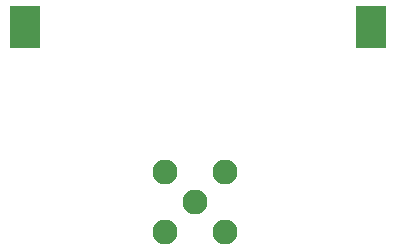
<source format=gbs>
G04 #@! TF.GenerationSoftware,KiCad,Pcbnew,8.0.7-8.0.7-0~ubuntu22.04.1*
G04 #@! TF.CreationDate,2025-02-07T12:30:43-08:00*
G04 #@! TF.ProjectId,WaDAR_Tag_V1_2,57614441-525f-4546-9167-5f56315f322e,rev?*
G04 #@! TF.SameCoordinates,Original*
G04 #@! TF.FileFunction,Soldermask,Bot*
G04 #@! TF.FilePolarity,Negative*
%FSLAX46Y46*%
G04 Gerber Fmt 4.6, Leading zero omitted, Abs format (unit mm)*
G04 Created by KiCad (PCBNEW 8.0.7-8.0.7-0~ubuntu22.04.1) date 2025-02-07 12:30:43*
%MOMM*%
%LPD*%
G01*
G04 APERTURE LIST*
%ADD10C,2.108200*%
%ADD11R,2.600000X3.600000*%
G04 APERTURE END LIST*
D10*
X160860000Y-73740000D03*
X160860000Y-68660000D03*
X165940000Y-68660000D03*
X165940000Y-73740000D03*
X163400000Y-71200000D03*
D11*
X178300000Y-56425000D03*
X149000000Y-56425000D03*
M02*

</source>
